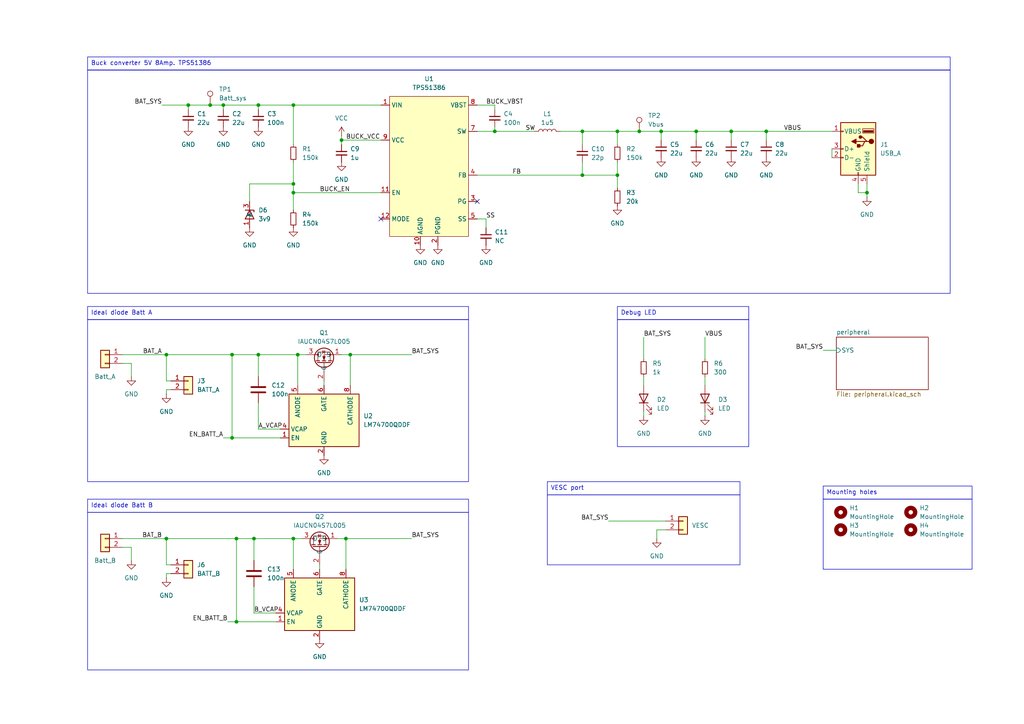
<source format=kicad_sch>
(kicad_sch (version 20250114) (generator "eeschema") (generator_version "9.0")
  (paper "A4")
  (title_block (title "power-board-f1tenth") (date "2024-08-12") (rev "2.3.5") (company "Czech technical university in Prague") (comment 1 "Antonin PIVARD"))
  (lib_symbols
    (symbol "Connector:TestPoint" (pin_numbers (hide yes)) (pin_names (offset 0.762) (hide yes))
      (property "Reference" "TP" (at 0 6.858 0))
      (property "Value" "TestPoint" (at 0 5.08 0))
      (symbol "TestPoint_0_1"
        (circle (center 0 3.302) (radius 0.762))
      )
      (symbol "TestPoint_1_1"
        (pin passive line (at 0 0 90) (length 2.54) (name "1") (number "1"))
      )
    )
    (symbol "Connector:USB_A" (pin_names (offset 1.016))
      (property "Reference" "J" (at -5.08 11.43 0))
      (property "Value" "USB_A" (at -5.08 8.89 0))
      (symbol "USB_A_0_1"
        (rectangle (start -5.08 -7.62) (end 5.08 7.62) (stroke (width 0.254)) (fill (type background)))
        (circle (center -3.81 2.159) (radius 0.635) (stroke (width 0.254)) (fill (type outline)))
        (polyline (pts (xy -3.175 2.159) (xy -2.54 2.159) (xy -1.27 3.429) (xy -0.635 3.429)) (stroke (width 0.254)))
        (polyline (pts (xy -2.54 2.159) (xy -1.905 2.159) (xy -1.27 0.889) (xy 0 0.889)) (stroke (width 0.254)))
        (rectangle (start -1.524 4.826) (end -4.318 5.334) (fill (type outline)))
        (rectangle (start -1.27 4.572) (end -4.572 5.842))
        (circle (center -0.635 3.429) (radius 0.381) (stroke (width 0.254)) (fill (type outline)))
        (rectangle (start -0.127 -7.62) (end 0.127 -6.858))
        (rectangle (start 0.254 1.27) (end -0.508 0.508) (stroke (width 0.254)) (fill (type outline)))
        (polyline (pts (xy 0.635 2.794) (xy 0.635 1.524) (xy 1.905 2.159) (xy 0.635 2.794)) (stroke (width 0.254)) (fill (type outline)))
        (rectangle (start 5.08 4.953) (end 4.318 5.207))
        (rectangle (start 5.08 -0.127) (end 4.318 0.127))
        (rectangle (start 5.08 -2.667) (end 4.318 -2.413))
      )
      (symbol "USB_A_1_1"
        (polyline (pts (xy -1.905 2.159) (xy 0.635 2.159)) (stroke (width 0.254)))
        (pin passive line (at -2.54 -10.16 90) (length 2.54) (name "Shield") (number "5"))
        (pin power_in line (at 0 -10.16 90) (length 2.54) (name "GND") (number "4"))
        (pin power_in line (at 7.62 5.08 180) (length 2.54) (name "VBUS") (number "1"))
        (pin bidirectional line (at 7.62 0 180) (length 2.54) (name "D+") (number "3"))
        (pin bidirectional line (at 7.62 -2.54 180) (length 2.54) (name "D-") (number "2"))
      )
    )
    (symbol "Connector_Generic:Conn_01x02" (pin_names (offset 1.016) (hide yes))
      (property "Reference" "J" (at 0 2.54 0))
      (property "Value" "Conn_01x02" (at 0 -5.08 0))
      (symbol "Conn_01x02_1_1"
        (rectangle (start -1.27 1.27) (end 1.27 -3.81) (stroke (width 0.254)) (fill (type background)))
        (rectangle (start -1.27 0.127) (end 0 -0.127) (stroke (width 0.1524)))
        (rectangle (start -1.27 -2.413) (end 0 -2.667) (stroke (width 0.1524)))
        (pin passive line (at -5.08 0 0) (length 3.81) (name "Pin_1") (number "1"))
        (pin passive line (at -5.08 -2.54 0) (length 3.81) (name "Pin_2") (number "2"))
      )
    )
    (symbol "Device:C" (pin_numbers (hide yes)) (pin_names (offset 0.254))
      (property "Reference" "C" (at 0.635 2.54 0))
      (property "Value" "C" (at 0.635 -2.54 0))
      (symbol "C_0_1"
        (polyline (pts (xy -2.032 0.762) (xy 2.032 0.762)) (stroke (width 0.508)))
        (polyline (pts (xy -2.032 -0.762) (xy 2.032 -0.762)) (stroke (width 0.508)))
      )
      (symbol "C_1_1"
        (pin passive line (at 0 3.81 270) (length 2.794) (name "~") (number "1"))
        (pin passive line (at 0 -3.81 90) (length 2.794) (name "~") (number "2"))
      )
    )
    (symbol "Device:C_Small" (pin_numbers (hide yes)) (pin_names (offset 0.254) (hide yes))
      (property "Reference" "C" (at 0.254 1.778 0))
      (property "Value" "C_Small" (at 0.254 -2.032 0))
      (symbol "C_Small_0_1"
        (polyline (pts (xy -1.524 0.508) (xy 1.524 0.508)) (stroke (width 0.3048)))
        (polyline (pts (xy -1.524 -0.508) (xy 1.524 -0.508)) (stroke (width 0.3302)))
      )
      (symbol "C_Small_1_1"
        (pin passive line (at 0 2.54 270) (length 2.032) (name "~") (number "1"))
        (pin passive line (at 0 -2.54 90) (length 2.032) (name "~") (number "2"))
      )
    )
    (symbol "Device:L" (pin_numbers (hide yes)) (pin_names (offset 1.016) (hide yes))
      (property "Reference" "L" (at -1.27 0 90))
      (property "Value" "L" (at 1.905 0 90))
      (symbol "L_0_1"
        (arc (start 0 2.54) (mid 0.6323 1.905) (end 0 1.27))
        (arc (start 0 1.27) (mid 0.6323 0.635) (end 0 0))
        (arc (start 0 0) (mid 0.6323 -0.635) (end 0 -1.27))
        (arc (start 0 -1.27) (mid 0.6323 -1.905) (end 0 -2.54))
      )
      (symbol "L_1_1"
        (pin passive line (at 0 3.81 270) (length 1.27) (name "1") (number "1"))
        (pin passive line (at 0 -3.81 90) (length 1.27) (name "2") (number "2"))
      )
    )
    (symbol "Device:LED" (pin_numbers (hide yes)) (pin_names (offset 1.016) (hide yes))
      (property "Reference" "D" (at 0 2.54 0))
      (property "Value" "LED" (at 0 -2.54 0))
      (symbol "LED_0_1"
        (polyline (pts (xy -3.048 -0.762) (xy -4.572 -2.286) (xy -3.81 -2.286) (xy -4.572 -2.286) (xy -4.572 -1.524)))
        (polyline (pts (xy -1.778 -0.762) (xy -3.302 -2.286) (xy -2.54 -2.286) (xy -3.302 -2.286) (xy -3.302 -1.524)))
        (polyline (pts (xy -1.27 0) (xy 1.27 0)))
        (polyline (pts (xy -1.27 -1.27) (xy -1.27 1.27)) (stroke (width 0.254)))
        (polyline (pts (xy 1.27 -1.27) (xy 1.27 1.27) (xy -1.27 0) (xy 1.27 -1.27)) (stroke (width 0.254)))
      )
      (symbol "LED_1_1"
        (pin passive line (at -3.81 0 0) (length 2.54) (name "K") (number "1"))
        (pin passive line (at 3.81 0 180) (length 2.54) (name "A") (number "2"))
      )
    )
    (symbol "Device:R_Small" (pin_numbers (hide yes)) (pin_names (offset 0.254) (hide yes))
      (property "Reference" "R" (at 0.762 0.508 0))
      (property "Value" "R_Small" (at 0.762 -1.016 0))
      (symbol "R_Small_0_1"
        (rectangle (start -0.762 1.778) (end 0.762 -1.778) (stroke (width 0.2032)))
      )
      (symbol "R_Small_1_1"
        (pin passive line (at 0 2.54 270) (length 0.762) (name "~") (number "1"))
        (pin passive line (at 0 -2.54 90) (length 0.762) (name "~") (number "2"))
      )
    )
    (symbol "IAUCN04S7L005:IAUCN04S7L005"
      (property "Reference" "Q" (at 3.302 -1.778 0))
      (property "Value" "IAUCN04S7L005" (at -11.43 3.048 0))
      (symbol "IAUCN04S7L005_0_1"
        (polyline (pts (xy -2.286 1.905) (xy -2.286 -1.905)) (stroke (width 0.254)))
        (polyline (pts (xy -2.286 0) (xy -5.08 0)))
        (polyline (pts (xy -1.778 2.286) (xy -1.778 1.27)) (stroke (width 0.254)))
        (polyline (pts (xy -1.778 0.508) (xy -1.778 -0.508)) (stroke (width 0.254)))
        (polyline (pts (xy -1.778 -1.27) (xy -1.778 -2.286)) (stroke (width 0.254)))
        (polyline (pts (xy -1.778 -1.778) (xy 0.762 -1.778) (xy 0.762 1.778) (xy -1.778 1.778)))
        (polyline (pts (xy -1.524 0) (xy -0.508 0.381) (xy -0.508 -0.381) (xy -1.524 0)) (fill (type outline)))
        (circle (center -0.889 0) (radius 2.794) (stroke (width 0.254)))
        (polyline (pts (xy 0 2.54) (xy 0 1.778)))
        (circle (center 0 1.778) (radius 0.254) (fill (type outline)))
        (circle (center 0 -1.778) (radius 0.254) (fill (type outline)))
        (polyline (pts (xy 0 -2.54) (xy 0 0) (xy -1.778 0)))
        (polyline (pts (xy 0.254 0.508) (xy 0.381 0.381) (xy 1.143 0.381) (xy 1.27 0.254)))
        (polyline (pts (xy 0.762 0.381) (xy 0.381 -0.254) (xy 1.143 -0.254) (xy 0.762 0.381)))
      )
      (symbol "IAUCN04S7L005_1_1"
        (pin input line (at -7.62 0 0) (length 2.54) (name "G") (number "2"))
        (pin passive line (at 0 5.08 270) (length 2.54) (name "D") (number "3"))
        (pin passive line (at 0 -5.08 90) (length 2.54) (name "S") (number "1"))
      )
    )
    (symbol "LM74700QDDF:LM74700QDDF"
      (property "Reference" "U" (at 0 0 0))
      (property "Value" "LM74700QDDF" (at 0 0 0))
      (symbol "LM74700QDDF_0_1"
        (rectangle (start -10.16 7.62) (end 10.16 -7.62) (stroke (width 0.254)) (fill (type background)))
      )
      (symbol "LM74700QDDF_1_1"
        (pin passive line (at -12.7 -2.54 0) (length 2.54) (name "VCAP") (number "4"))
        (pin input line (at -12.7 -5.08 0) (length 2.54) (name "EN") (number "1"))
        (pin power_in line (at -7.62 10.16 270) (length 2.54) (name "ANODE") (number "5"))
        (pin output line (at 0 10.16 270) (length 2.54) (name "GATE") (number "6"))
        (pin power_in line (at 0 -10.16 90) (length 2.54) (name "GND") (number "2"))
        (pin input line (at 7.62 10.16 270) (length 2.54) (name "CATHODE") (number "8"))
      )
    )
    (symbol "Mechanical:MountingHole" (pin_names (offset 1.016)) (exclude_from_sim yes) (in_bom no)
      (property "Reference" "H" (at 0 5.08 0))
      (property "Value" "MountingHole" (at 0 3.175 0))
      (symbol "MountingHole_0_1"
        (circle (center 0 0) (radius 1.27) (stroke (width 1.27)))
      )
    )
    (symbol "TPS51386:TPS51386"
      (property "Reference" "U3" (at 0 25.4 0))
      (property "Value" "TPS51386" (at 0 22.86 0))
      (symbol "TPS51386_1_1"
        (rectangle (start -11.43 20.32) (end 11.43 -20.32) (fill (type background)))
        (pin power_in line (at -13.97 17.78 0) (length 2.54) (name "VIN") (number "1"))
        (pin power_in line (at -13.97 7.62 0) (length 2.54) (name "VCC") (number "9"))
        (pin input line (at -13.97 -7.62 0) (length 2.54) (name "EN") (number "11"))
        (pin input line (at -13.97 -15.24 0) (length 2.54) (name "MODE") (number "12"))
        (pin power_in line (at -2.54 -22.86 90) (length 2.54) (name "AGND") (number "10"))
        (pin power_in line (at 2.54 -22.86 90) (length 2.54) (name "PGND") (number "2"))
        (pin input line (at 13.97 17.78 180) (length 2.54) (name "VBST") (number "8"))
        (pin power_out line (at 13.97 10.16 180) (length 2.54) (name "SW") (number "7"))
        (pin input line (at 13.97 -2.54 180) (length 2.54) (name "FB") (number "4"))
        (pin output line (at 13.97 -10.16 180) (length 2.54) (name "PG") (number "3"))
        (pin input line (at 13.97 -15.24 180) (length 2.54) (name "SS") (number "5"))
      )
    )
    (symbol "power:GND" (power) (pin_numbers (hide yes)) (pin_names (offset 0) (hide yes))
      (property "Value" "GND" (at 0 -3.81 0))
      (symbol "GND_0_1"
        (polyline (pts (xy 0 0) (xy 0 -1.27) (xy 1.27 -1.27) (xy 0 -2.54) (xy -1.27 -1.27) (xy 0 -1.27)))
      )
      (symbol "GND_1_1"
        (pin power_in line (at 0 0 270) (length 0) (name "~") (number "1"))
      )
    )
    (symbol "power:VCC" (power) (pin_numbers (hide yes)) (pin_names (offset 0) (hide yes))
      (property "Value" "VCC" (at 0 3.556 0))
      (symbol "VCC_0_1"
        (polyline (pts (xy -0.762 1.27) (xy 0 2.54)))
        (polyline (pts (xy 0 2.54) (xy 0.762 1.27)))
        (polyline (pts (xy 0 0) (xy 0 2.54)))
      )
      (symbol "VCC_1_1"
        (pin power_in line (at 0 0 90) (length 0) (name "~") (number "1"))
      )
    )
    (symbol "zener_pb:Zener_pb"
      (property "Reference" "D" (at 0 0 0))
      (property "Value" "3v9" (at 0 0 0))
      (symbol "Zener_pb_0_1"
        (polyline (pts (xy -1.27 -1.27) (xy -1.27 1.27) (xy -0.762 1.27)) (stroke (width 0.254)))
        (polyline (pts (xy 1.27 0) (xy -1.27 0)))
        (polyline (pts (xy 1.27 -1.27) (xy 1.27 1.27) (xy -1.27 0) (xy 1.27 -1.27)) (stroke (width 0.254)))
      )
      (symbol "Zener_pb_1_1"
        (pin passive line (at -3.81 0 0) (length 2.54) (name "K") (number "3"))
        (pin passive line (at 3.81 0 180) (length 2.54) (name "A") (number "1"))
      )
    )
  )
  (rectangle (start 238.76 144.78) (end 281.94 165.1))
  (rectangle (start 179.07 92.71) (end 217.17 129.54))
  (rectangle (start 25.4 92.71) (end 135.89 139.7))
  (rectangle (start 25.4 20.32) (end 275.59 85.09))
  (rectangle (start 158.75 143.51) (end 214.63 163.83))
  (rectangle (start 25.4 148.59) (end 135.89 194.31))
  (text_box "Debug LED" (at 179.07 88.9 0) (size 38.1 3.81) (margins 0.9525 0.9525 0.9525 0.9525) (effects (font (size 1.27 1.27)) (justify left top)))
  (text_box "Ideal diode Batt B" (at 25.4 144.78 0) (size 110.49 3.81) (margins 0.9525 0.9525 0.9525 0.9525) (effects (font (size 1.27 1.27)) (justify left top)))
  (text_box "Mounting holes" (at 238.76 140.97 0) (size 43.18 3.81) (margins 0.9525 0.9525 0.9525 0.9525) (effects (font (size 1.27 1.27)) (justify left top)))
  (text_box "Buck converter 5V 8Amp. TPS51386" (at 25.4 16.51 0) (size 250.19 3.81) (margins 0.9525 0.9525 0.9525 0.9525) (effects (font (size 1.27 1.27)) (justify left top)))
  (text_box "VESC port" (at 158.75 139.7 0) (size 55.88 3.81) (margins 0.9525 0.9525 0.9525 0.9525) (effects (font (size 1.27 1.27)) (justify left top)))
  (text_box "Ideal diode Batt A" (at 25.4 88.9 0) (size 110.49 3.81) (margins 0.9525 0.9525 0.9525 0.9525) (effects (font (size 1.27 1.27)) (justify left top)))
  (junction (at 73.66 156.21))
  (junction (at 86.36 102.87))
  (junction (at 67.31 127))
  (junction (at 64.77 30.48))
  (junction (at 191.77 38.1))
  (junction (at 251.46 55.88))
  (junction (at 74.93 30.48))
  (junction (at 212.09 38.1))
  (junction (at 179.07 38.1))
  (junction (at 201.93 38.1))
  (junction (at 74.93 102.87))
  (junction (at 143.51 38.1))
  (junction (at 99.06 40.64))
  (junction (at 168.91 50.8))
  (junction (at 48.26 156.21))
  (junction (at 85.09 53.34))
  (junction (at 85.09 55.88))
  (junction (at 185.42 38.1))
  (junction (at 222.25 38.1))
  (junction (at 179.07 50.8))
  (junction (at 85.09 30.48))
  (junction (at 85.09 156.21))
  (junction (at 100.33 156.21))
  (junction (at 48.26 102.87))
  (junction (at 68.58 156.21))
  (junction (at 67.31 102.87))
  (junction (at 168.91 38.1))
  (junction (at 101.6 102.87))
  (junction (at 54.61 30.48))
  (junction (at 60.96 30.48))
  (junction (at 68.58 180.34))
  (no_connect (at 138.43 58.42))
  (no_connect (at 110.49 63.5))
  (wire (pts (xy 38.1 162.56) (xy 38.1 158.75)))
  (wire (pts (xy 138.43 30.48) (xy 143.51 30.48)))
  (wire (pts (xy 190.5 156.21) (xy 190.5 153.67)))
  (wire (pts (xy 67.31 102.87) (xy 74.93 102.87)))
  (wire (pts (xy 251.46 53.34) (xy 251.46 55.88)))
  (wire (pts (xy 64.77 30.48) (xy 74.93 30.48)))
  (wire (pts (xy 186.69 109.22) (xy 186.69 111.76)))
  (wire (pts (xy 99.06 39.37) (xy 99.06 40.64)))
  (wire (pts (xy 138.43 50.8) (xy 168.91 50.8)))
  (wire (pts (xy 85.09 55.88) (xy 110.49 55.88)))
  (wire (pts (xy 162.56 38.1) (xy 168.91 38.1)))
  (wire (pts (xy 74.93 116.84) (xy 74.93 124.46)))
  (wire (pts (xy 85.09 41.91) (xy 85.09 30.48)))
  (wire (pts (xy 67.31 127) (xy 81.28 127)))
  (wire (pts (xy 74.93 31.75) (xy 74.93 30.48)))
  (wire (pts (xy 85.09 30.48) (xy 110.49 30.48)))
  (wire (pts (xy 73.66 156.21) (xy 73.66 162.56)))
  (wire (pts (xy 85.09 55.88) (xy 85.09 60.96)))
  (wire (pts (xy 204.47 97.79) (xy 204.47 104.14)))
  (wire (pts (xy 248.92 55.88) (xy 251.46 55.88)))
  (wire (pts (xy 140.97 63.5) (xy 140.97 66.04)))
  (wire (pts (xy 179.07 41.91) (xy 179.07 38.1)))
  (wire (pts (xy 191.77 40.64) (xy 191.77 38.1)))
  (wire (pts (xy 38.1 158.75) (xy 35.56 158.75)))
  (wire (pts (xy 85.09 53.34) (xy 85.09 55.88)))
  (wire (pts (xy 143.51 38.1) (xy 138.43 38.1)))
  (wire (pts (xy 48.26 110.49) (xy 48.26 102.87)))
  (wire (pts (xy 179.07 50.8) (xy 168.91 50.8)))
  (wire (pts (xy 48.26 166.37) (xy 49.53 166.37)))
  (wire (pts (xy 48.26 156.21) (xy 68.58 156.21)))
  (wire (pts (xy 74.93 124.46) (xy 81.28 124.46)))
  (wire (pts (xy 85.09 156.21) (xy 87.63 156.21)))
  (wire (pts (xy 85.09 46.99) (xy 85.09 53.34)))
  (wire (pts (xy 168.91 50.8) (xy 168.91 46.99)))
  (wire (pts (xy 64.77 127) (xy 67.31 127)))
  (wire (pts (xy 204.47 119.38) (xy 204.47 120.65)))
  (wire (pts (xy 186.69 119.38) (xy 186.69 120.65)))
  (wire (pts (xy 99.06 41.91) (xy 99.06 40.64)))
  (wire (pts (xy 222.25 38.1) (xy 241.3 38.1)))
  (wire (pts (xy 201.93 40.64) (xy 201.93 38.1)))
  (wire (pts (xy 100.33 156.21) (xy 119.38 156.21)))
  (wire (pts (xy 74.93 102.87) (xy 86.36 102.87)))
  (wire (pts (xy 143.51 36.83) (xy 143.51 38.1)))
  (wire (pts (xy 49.53 110.49) (xy 48.26 110.49)))
  (wire (pts (xy 48.26 163.83) (xy 48.26 156.21)))
  (wire (pts (xy 54.61 30.48) (xy 60.96 30.48)))
  (wire (pts (xy 86.36 102.87) (xy 88.9 102.87)))
  (wire (pts (xy 143.51 38.1) (xy 154.94 38.1)))
  (wire (pts (xy 190.5 153.67) (xy 193.04 153.67)))
  (wire (pts (xy 73.66 177.8) (xy 80.01 177.8)))
  (wire (pts (xy 60.96 30.48) (xy 64.77 30.48)))
  (wire (pts (xy 54.61 31.75) (xy 54.61 30.48)))
  (wire (pts (xy 191.77 38.1) (xy 201.93 38.1)))
  (wire (pts (xy 100.33 156.21) (xy 100.33 165.1)))
  (wire (pts (xy 35.56 102.87) (xy 48.26 102.87)))
  (wire (pts (xy 67.31 102.87) (xy 67.31 127)))
  (wire (pts (xy 68.58 180.34) (xy 80.01 180.34)))
  (wire (pts (xy 185.42 38.1) (xy 179.07 38.1)))
  (wire (pts (xy 92.71 163.83) (xy 92.71 165.1)))
  (wire (pts (xy 38.1 109.22) (xy 38.1 105.41)))
  (wire (pts (xy 49.53 163.83) (xy 48.26 163.83)))
  (wire (pts (xy 48.26 167.64) (xy 48.26 166.37)))
  (wire (pts (xy 86.36 111.76) (xy 86.36 102.87)))
  (wire (pts (xy 46.99 30.48) (xy 54.61 30.48)))
  (wire (pts (xy 238.76 101.6) (xy 242.57 101.6)))
  (wire (pts (xy 68.58 156.21) (xy 73.66 156.21)))
  (wire (pts (xy 72.39 53.34) (xy 85.09 53.34)))
  (wire (pts (xy 35.56 105.41) (xy 38.1 105.41)))
  (wire (pts (xy 191.77 38.1) (xy 185.42 38.1)))
  (wire (pts (xy 64.77 31.75) (xy 64.77 30.48)))
  (wire (pts (xy 73.66 170.18) (xy 73.66 177.8)))
  (wire (pts (xy 186.69 97.79) (xy 186.69 104.14)))
  (wire (pts (xy 138.43 63.5) (xy 140.97 63.5)))
  (wire (pts (xy 179.07 50.8) (xy 179.07 54.61)))
  (wire (pts (xy 93.98 110.49) (xy 93.98 111.76)))
  (wire (pts (xy 48.26 102.87) (xy 67.31 102.87)))
  (wire (pts (xy 204.47 109.22) (xy 204.47 111.76)))
  (wire (pts (xy 179.07 46.99) (xy 179.07 50.8)))
  (wire (pts (xy 48.26 114.3) (xy 48.26 113.03)))
  (wire (pts (xy 179.07 38.1) (xy 168.91 38.1)))
  (wire (pts (xy 101.6 102.87) (xy 101.6 111.76)))
  (wire (pts (xy 212.09 38.1) (xy 222.25 38.1)))
  (wire (pts (xy 85.09 165.1) (xy 85.09 156.21)))
  (wire (pts (xy 74.93 102.87) (xy 74.93 109.22)))
  (wire (pts (xy 212.09 40.64) (xy 212.09 38.1)))
  (wire (pts (xy 68.58 156.21) (xy 68.58 180.34)))
  (wire (pts (xy 168.91 38.1) (xy 168.91 41.91)))
  (wire (pts (xy 97.79 156.21) (xy 100.33 156.21)))
  (wire (pts (xy 201.93 38.1) (xy 212.09 38.1)))
  (wire (pts (xy 66.04 180.34) (xy 68.58 180.34)))
  (wire (pts (xy 73.66 156.21) (xy 85.09 156.21)))
  (wire (pts (xy 99.06 102.87) (xy 101.6 102.87)))
  (wire (pts (xy 222.25 40.64) (xy 222.25 38.1)))
  (wire (pts (xy 101.6 102.87) (xy 119.38 102.87)))
  (wire (pts (xy 72.39 53.34) (xy 72.39 58.42)))
  (wire (pts (xy 251.46 55.88) (xy 251.46 57.15)))
  (wire (pts (xy 35.56 156.21) (xy 48.26 156.21)))
  (wire (pts (xy 248.92 53.34) (xy 248.92 55.88)))
  (wire (pts (xy 99.06 40.64) (xy 110.49 40.64)))
  (wire (pts (xy 241.3 43.18) (xy 241.3 45.72)))
  (wire (pts (xy 176.53 151.13) (xy 193.04 151.13)))
  (wire (pts (xy 143.51 30.48) (xy 143.51 31.75)))
  (wire (pts (xy 48.26 113.03) (xy 49.53 113.03)))
  (wire (pts (xy 74.93 30.48) (xy 85.09 30.48)))
  (label "BUCK_VBST" (at 140.97 30.48 0))
  (label "B_VCAP" (at 73.66 177.8 0))
  (label "EN_BATT_A" (at 64.77 127 180))
  (label "BAT_SYS" (at 186.69 97.79 0))
  (label "SW" (at 152.4 38.1 0))
  (label "BAT_B" (at 46.99 156.21 180))
  (label "BAT_SYS" (at 46.99 30.48 180))
  (label "BAT_SYS" (at 238.76 101.6 180))
  (label "BAT_SYS" (at 119.38 156.21 0))
  (label "BAT_SYS" (at 119.38 102.87 0))
  (label "BAT_SYS" (at 176.53 151.13 180))
  (label "BAT_A" (at 46.99 102.87 180))
  (label "SS" (at 140.97 63.5 0))
  (label "BUCK_VCC" (at 100.33 40.64 0))
  (label "VBUS" (at 227.33 38.1 0))
  (label "A_VCAP" (at 74.93 124.46 0))
  (label "BUCK_EN" (at 92.71 55.88 0))
  (label "EN_BATT_B" (at 66.04 180.34 180))
  (label "VBUS" (at 204.47 97.79 0))
  (label "FB" (at 148.59 50.8 0))
  (symbol (lib_id "power:GND") (at 140.97 71.12 0) (unit 1)
    (property "Reference" "#PWR016" (effects (hide yes)))
    (property "Value" "GND" (at 140.97 76.2 0))
    (property "Description" "Power symbol creates a global label with name \"GND\" , ground" (effects (hide yes)))
  )
  (symbol (lib_id "LM74700QDDF:LM74700QDDF") (at 92.71 175.26 0) (unit 1)
    (property "Reference" "U3" (at 104.14 173.9899 0) (effects (justify left)))
    (property "Value" "LM74700QDDF" (at 104.14 176.5299 0) (effects (justify left)))
    (property "Footprint" "74700QDDF:SOT65P280X110-8N" (effects (hide yes)))
  )
  (symbol (lib_id "Connector_Generic:Conn_01x02") (at 30.48 156.21 0) (mirror y) (unit 1)
    (property "Reference" "J5" (effects (hide yes)))
    (property "Value" "Batt_B" (at 30.48 162.56 0))
    (property "Footprint" "power_board:Battery_pad" (effects (hide yes)))
    (property "Description" "Generic connector, single row, 01x02, script generated (kicad-library-utils/schlib/autogen/connector/)" (effects (hide yes)))
  )
  (symbol (lib_id "power:GND") (at 64.77 36.83 0) (unit 1)
    (property "Reference" "#PWR02" (effects (hide yes)))
    (property "Value" "GND" (at 64.77 41.91 0))
    (property "Description" "Power symbol creates a global label with name \"GND\" , ground" (effects (hide yes)))
  )
  (symbol (lib_id "Device:C_Small") (at 140.97 68.58 0) (unit 1)
    (property "Reference" "C11" (at 143.51 67.3162 0) (effects (justify left)))
    (property "Value" "NC" (at 143.51 69.8562 0) (effects (justify left)))
    (property "Footprint" "Capacitor_SMD:C_0805_2012Metric" (effects (hide yes)))
    (property "Description" "Unpolarized capacitor, small symbol" (effects (hide yes)))
  )
  (symbol (lib_id "power:GND") (at 179.07 59.69 0) (unit 1)
    (property "Reference" "#PWR011" (effects (hide yes)))
    (property "Value" "GND" (at 179.07 64.77 0))
    (property "Description" "Power symbol creates a global label with name \"GND\" , ground" (effects (hide yes)))
  )
  (symbol (lib_id "power:GND") (at 251.46 57.15 0) (mirror y) (unit 1)
    (property "Reference" "#PWR010" (effects (hide yes)))
    (property "Value" "GND" (at 251.46 62.23 0))
    (property "Description" "Power symbol creates a global label with name \"GND\" , ground" (effects (hide yes)))
  )
  (symbol (lib_id "Device:R_Small") (at 204.47 106.68 0) (unit 1)
    (property "Reference" "R6" (at 207.01 105.4099 0) (effects (justify left)))
    (property "Value" "300" (at 207.01 107.9499 0) (effects (justify left)))
    (property "Footprint" "Resistor_SMD:R_0805_2012Metric" (effects (hide yes)))
    (property "Description" "Resistor, small symbol" (effects (hide yes)))
  )
  (symbol (lib_id "Connector:TestPoint") (at 60.96 30.48 0) (unit 1)
    (property "Reference" "TP1" (at 63.5 25.9079 0) (effects (justify left)))
    (property "Value" "Batt_sys" (at 63.5 28.4479 0) (effects (justify left)))
    (property "Footprint" "TestPoint:TestPoint_Pad_D1.0mm" (effects (hide yes)))
    (property "Description" "test point" (effects (hide yes)))
  )
  (symbol (lib_id "Device:R_Small") (at 186.69 106.68 0) (unit 1)
    (property "Reference" "R5" (at 189.23 105.4099 0) (effects (justify left)))
    (property "Value" "1k" (at 189.23 107.9499 0) (effects (justify left)))
    (property "Footprint" "Resistor_SMD:R_0805_2012Metric" (effects (hide yes)))
    (property "Description" "Resistor, small symbol" (effects (hide yes)))
  )
  (symbol (lib_id "Connector_Generic:Conn_01x02") (at 30.48 102.87 0) (mirror y) (unit 1)
    (property "Reference" "J2" (effects (hide yes)))
    (property "Value" "Batt_A" (at 30.48 109.22 0))
    (property "Footprint" "power_board:Battery_pad" (effects (hide yes)))
    (property "Description" "Generic connector, single row, 01x02, script generated (kicad-library-utils/schlib/autogen/connector/)" (effects (hide yes)))
  )
  (symbol (lib_id "Device:LED") (at 204.47 115.57 90) (unit 1)
    (property "Reference" "D3" (at 208.28 115.8874 90) (effects (justify right)))
    (property "Value" "LED" (at 208.28 118.4274 90) (effects (justify right)))
    (property "Footprint" "LED_SMD:LED_0805_2012Metric" (effects (hide yes)))
    (property "Description" "Light emitting diode" (effects (hide yes)))
  )
  (symbol (lib_id "power:GND") (at 212.09 45.72 0) (unit 1)
    (property "Reference" "#PWR07" (effects (hide yes)))
    (property "Value" "GND" (at 212.09 50.8 0))
    (property "Description" "Power symbol creates a global label with name \"GND\" , ground" (effects (hide yes)))
  )
  (symbol (lib_id "Device:C_Small") (at 191.77 43.18 0) (unit 1)
    (property "Reference" "C5" (at 194.31 41.9162 0) (effects (justify left)))
    (property "Value" "22u" (at 194.31 44.4562 0) (effects (justify left)))
    (property "Footprint" "Capacitor_SMD:C_0805_2012Metric" (effects (hide yes)))
    (property "Description" "Unpolarized capacitor, small symbol" (effects (hide yes)))
  )
  (symbol (lib_id "Connector_Generic:Conn_01x02") (at 198.12 151.13 0) (unit 1)
    (property "Reference" "J4" (effects (hide yes)))
    (property "Value" "VESC" (at 200.66 152.3999 0) (effects (justify left)))
    (property "Footprint" "power_board:Battery_pad" (effects (hide yes)))
    (property "Description" "Generic connector, single row, 01x02, script generated (kicad-library-utils/schlib/autogen/connector/)" (effects (hide yes)))
  )
  (symbol (lib_id "power:GND") (at 54.61 36.83 0) (unit 1)
    (property "Reference" "#PWR01" (effects (hide yes)))
    (property "Value" "GND" (at 54.61 41.91 0))
    (property "Description" "Power symbol creates a global label with name \"GND\" , ground" (effects (hide yes)))
  )
  (symbol (lib_id "power:GND") (at 38.1 109.22 0) (unit 1)
    (property "Reference" "#PWR017" (effects (hide yes)))
    (property "Value" "GND" (at 38.1 114.3 0))
    (property "Description" "Power symbol creates a global label with name \"GND\" , ground" (effects (hide yes)))
  )
  (symbol (lib_id "power:VCC") (at 99.06 39.37 0) (unit 1)
    (property "Reference" "#PWR04" (effects (hide yes)))
    (property "Value" "VCC" (at 99.06 34.29 0))
    (property "Description" "Power symbol creates a global label with name \"VCC\"" (effects (hide yes)))
  )
  (symbol (lib_id "power:GND") (at 204.47 120.65 0) (unit 1)
    (property "Reference" "#PWR020" (effects (hide yes)))
    (property "Value" "GND" (at 204.47 125.73 0))
    (property "Description" "Power symbol creates a global label with name \"GND\" , ground" (effects (hide yes)))
  )
  (symbol (lib_id "Device:C_Small") (at 64.77 34.29 0) (unit 1)
    (property "Reference" "C2" (at 67.31 33.0262 0) (effects (justify left)))
    (property "Value" "22u" (at 67.31 35.5662 0) (effects (justify left)))
    (property "Footprint" "Capacitor_SMD:C_0805_2012Metric" (effects (hide yes)))
    (property "Description" "Unpolarized capacitor, small symbol" (effects (hide yes)))
  )
  (symbol (lib_id "Device:L") (at 158.75 38.1 90) (unit 1)
    (property "Reference" "L1" (at 158.75 33.02 90))
    (property "Value" "1u5" (at 158.75 35.56 90))
    (property "Footprint" "footprints:SRP12701R5M" (effects (hide yes)))
    (property "Description" "Inductor" (effects (hide yes)))
  )
  (symbol (lib_id "power:GND") (at 186.69 120.65 0) (unit 1)
    (property "Reference" "#PWR019" (effects (hide yes)))
    (property "Value" "GND" (at 186.69 125.73 0))
    (property "Description" "Power symbol creates a global label with name \"GND\" , ground" (effects (hide yes)))
  )
  (symbol (lib_id "IAUCN04S7L005:IAUCN04S7L005") (at 92.71 156.21 90) (unit 1)
    (property "Reference" "Q2" (at 92.71 149.86 90))
    (property "Value" "IAUCN04S7L005" (at 92.71 152.4 90))
    (property "Footprint" "power_board:IAUCN04S7L005" (effects (hide yes)))
  )
  (symbol (lib_id "LM74700QDDF:LM74700QDDF") (at 93.98 121.92 0) (unit 1)
    (property "Reference" "U2" (at 105.41 120.6499 0) (effects (justify left)))
    (property "Value" "LM74700QDDF" (at 105.41 123.1899 0) (effects (justify left)))
    (property "Footprint" "74700QDDF:SOT65P280X110-8N" (effects (hide yes)))
  )
  (symbol (lib_id "Device:C") (at 73.66 166.37 0) (unit 1)
    (property "Reference" "C13" (at 77.47 165.0999 0) (effects (justify left)))
    (property "Value" "100n" (at 77.47 167.6399 0) (effects (justify left)))
    (property "Footprint" "Capacitor_SMD:C_0805_2012Metric" (effects (hide yes)))
    (property "Description" "Unpolarized capacitor" (effects (hide yes)))
  )
  (symbol (lib_id "power:GND") (at 72.39 66.04 0) (unit 1)
    (property "Reference" "#PWR012" (effects (hide yes)))
    (property "Value" "GND" (at 72.39 71.12 0))
    (property "Description" "Power symbol creates a global label with name \"GND\" , ground" (effects (hide yes)))
  )
  (symbol (lib_id "power:GND") (at 201.93 45.72 0) (unit 1)
    (property "Reference" "#PWR06" (effects (hide yes)))
    (property "Value" "GND" (at 201.93 50.8 0))
    (property "Description" "Power symbol creates a global label with name \"GND\" , ground" (effects (hide yes)))
  )
  (symbol (lib_id "Device:R_Small") (at 179.07 57.15 0) (unit 1)
    (property "Reference" "R3" (at 181.61 55.8799 0) (effects (justify left)))
    (property "Value" "20k" (at 181.61 58.4199 0) (effects (justify left)))
    (property "Footprint" "Resistor_SMD:R_0805_2012Metric" (effects (hide yes)))
    (property "Description" "Resistor, small symbol" (effects (hide yes)))
  )
  (symbol (lib_id "Device:C_Small") (at 99.06 44.45 0) (unit 1)
    (property "Reference" "C9" (at 101.6 43.1862 0) (effects (justify left)))
    (property "Value" "1u" (at 101.6 45.7262 0) (effects (justify left)))
    (property "Footprint" "Capacitor_SMD:C_0805_2012Metric" (effects (hide yes)))
    (property "Description" "Unpolarized capacitor, small symbol" (effects (hide yes)))
  )
  (symbol (lib_id "power:GND") (at 48.26 114.3 0) (unit 1)
    (property "Reference" "#PWR018" (effects (hide yes)))
    (property "Value" "GND" (at 48.26 119.38 0))
    (property "Description" "Power symbol creates a global label with name \"GND\" , ground" (effects (hide yes)))
  )
  (symbol (lib_id "Device:C_Small") (at 168.91 44.45 0) (unit 1)
    (property "Reference" "C10" (at 171.45 43.1862 0) (effects (justify left)))
    (property "Value" "22p" (at 171.45 45.7262 0) (effects (justify left)))
    (property "Footprint" "Capacitor_SMD:C_0805_2012Metric" (effects (hide yes)))
    (property "Description" "Unpolarized capacitor, small symbol" (effects (hide yes)))
  )
  (symbol (lib_id "Connector:TestPoint") (at 185.42 38.1 0) (unit 1)
    (property "Reference" "TP2" (at 187.96 33.5279 0) (effects (justify left)))
    (property "Value" "Vbus" (at 187.96 36.0679 0) (effects (justify left)))
    (property "Footprint" "TestPoint:TestPoint_Pad_D1.0mm" (effects (hide yes)))
    (property "Description" "test point" (effects (hide yes)))
  )
  (symbol (lib_id "power:GND") (at 222.25 45.72 0) (unit 1)
    (property "Reference" "#PWR08" (effects (hide yes)))
    (property "Value" "GND" (at 222.25 50.8 0))
    (property "Description" "Power symbol creates a global label with name \"GND\" , ground" (effects (hide yes)))
  )
  (symbol (lib_id "Device:R_Small") (at 85.09 63.5 0) (unit 1)
    (property "Reference" "R4" (at 87.63 62.2299 0) (effects (justify left)))
    (property "Value" "150k" (at 87.63 64.7699 0) (effects (justify left)))
    (property "Footprint" "Resistor_SMD:R_0805_2012Metric" (effects (hide yes)))
    (property "Description" "Resistor, small symbol" (effects (hide yes)))
  )
  (symbol (lib_id "power:GND") (at 92.71 185.42 0) (unit 1)
    (property "Reference" "#PWR025" (effects (hide yes)))
    (property "Value" "GND" (at 92.71 190.5 0))
    (property "Description" "Power symbol creates a global label with name \"GND\" , ground" (effects (hide yes)))
  )
  (symbol (lib_id "Device:C_Small") (at 201.93 43.18 0) (unit 1)
    (property "Reference" "C6" (at 204.47 41.9162 0) (effects (justify left)))
    (property "Value" "22u" (at 204.47 44.4562 0) (effects (justify left)))
    (property "Footprint" "Capacitor_SMD:C_0805_2012Metric" (effects (hide yes)))
    (property "Description" "Unpolarized capacitor, small symbol" (effects (hide yes)))
  )
  (symbol (lib_id "power:GND") (at 99.06 46.99 0) (unit 1)
    (property "Reference" "#PWR09" (effects (hide yes)))
    (property "Value" "GND" (at 99.06 52.07 0))
    (property "Description" "Power symbol creates a global label with name \"GND\" , ground" (effects (hide yes)))
  )
  (symbol (lib_id "Device:C_Small") (at 212.09 43.18 0) (unit 1)
    (property "Reference" "C7" (at 214.63 41.9162 0) (effects (justify left)))
    (property "Value" "22u" (at 214.63 44.4562 0) (effects (justify left)))
    (property "Footprint" "Capacitor_SMD:C_0805_2012Metric" (effects (hide yes)))
    (property "Description" "Unpolarized capacitor, small symbol" (effects (hide yes)))
  )
  (symbol (lib_id "Connector:USB_A") (at 248.92 43.18 0) (mirror y) (unit 1)
    (property "Reference" "J1" (at 255.27 41.9099 0) (effects (justify right)))
    (property "Value" "USB_A" (at 255.27 44.4499 0) (effects (justify right)))
    (property "Footprint" "Connector_USB:USB_A_Molex_67643_Horizontal" (effects (hide yes)))
    (property "Description" "USB Type A connector" (effects (hide yes)))
  )
  (symbol (lib_id "power:GND") (at 127 71.12 0) (unit 1)
    (property "Reference" "#PWR015" (effects (hide yes)))
    (property "Value" "GND" (at 127 76.2 0))
    (property "Description" "Power symbol creates a global label with name \"GND\" , ground" (effects (hide yes)))
  )
  (symbol (lib_id "IAUCN04S7L005:IAUCN04S7L005") (at 93.98 102.87 90) (unit 1)
    (property "Reference" "Q1" (at 93.98 96.52 90))
    (property "Value" "IAUCN04S7L005" (at 93.98 99.06 90))
    (property "Footprint" "power_board:IAUCN04S7L005" (effects (hide yes)))
  )
  (symbol (lib_id "Device:C_Small") (at 54.61 34.29 0) (unit 1)
    (property "Reference" "C1" (at 57.15 33.0262 0) (effects (justify left)))
    (property "Value" "22u" (at 57.15 35.5662 0) (effects (justify left)))
    (property "Footprint" "Capacitor_SMD:C_0805_2012Metric" (effects (hide yes)))
    (property "Description" "Unpolarized capacitor, small symbol" (effects (hide yes)))
  )
  (symbol (lib_id "power:GND") (at 121.92 71.12 0) (unit 1)
    (property "Reference" "#PWR014" (effects (hide yes)))
    (property "Value" "GND" (at 121.92 76.2 0))
    (property "Description" "Power symbol creates a global label with name \"GND\" , ground" (effects (hide yes)))
  )
  (symbol (lib_id "TPS51386:TPS51386") (at 124.46 48.26 0) (unit 1)
    (property "Reference" "U1" (at 124.46 22.86 0))
    (property "Value" "TPS51386" (at 124.46 25.4 0))
    (property "Footprint" "power_board:RJN_Package_12-Pin_VQFN-HR" (effects (hide yes)))
  )
  (symbol (lib_id "power:GND") (at 74.93 36.83 0) (unit 1)
    (property "Reference" "#PWR03" (effects (hide yes)))
    (property "Value" "GND" (at 74.93 41.91 0))
    (property "Description" "Power symbol creates a global label with name \"GND\" , ground" (effects (hide yes)))
  )
  (symbol (lib_id "Mechanical:MountingHole") (at 264.16 148.59 0) (unit 1) (exclude_from_sim yes) (in_bom no)
    (property "Reference" "H2" (at 266.7 147.3199 0) (effects (justify left)))
    (property "Value" "MountingHole" (at 266.7 149.8599 0) (effects (justify left)))
    (property "Footprint" "MountingHole:MountingHole_5.3mm_M5_DIN965" (effects (hide yes)))
    (property "Description" "Mounting Hole without connection" (effects (hide yes)))
  )
  (symbol (lib_id "Device:C_Small") (at 143.51 34.29 0) (unit 1)
    (property "Reference" "C4" (at 146.05 33.0262 0) (effects (justify left)))
    (property "Value" "100n" (at 146.05 35.5662 0) (effects (justify left)))
    (property "Footprint" "Capacitor_SMD:C_0805_2012Metric" (effects (hide yes)))
    (property "Description" "Unpolarized capacitor, small symbol" (effects (hide yes)))
  )
  (symbol (lib_id "Mechanical:MountingHole") (at 243.84 148.59 0) (unit 1) (exclude_from_sim yes) (in_bom no)
    (property "Reference" "H1" (at 246.38 147.3199 0) (effects (justify left)))
    (property "Value" "MountingHole" (at 246.38 149.8599 0) (effects (justify left)))
    (property "Footprint" "MountingHole:MountingHole_5.3mm_M5_DIN965" (effects (hide yes)))
    (property "Description" "Mounting Hole without connection" (effects (hide yes)))
  )
  (symbol (lib_id "Connector_Generic:Conn_01x02") (at 54.61 163.83 0) (unit 1)
    (property "Reference" "J6" (at 57.15 163.8299 0) (effects (justify left)))
    (property "Value" "BATT_B" (at 57.15 166.3699 0) (effects (justify left)))
    (property "Footprint" "Connector_PinHeader_2.54mm:PinHeader_1x02_P2.54mm_Vertical" (effects (hide yes)))
    (property "Description" "Generic connector, single row, 01x02, script generated (kicad-library-utils/schlib/autogen/connector/)" (effects (hide yes)))
  )
  (symbol (lib_id "Device:C_Small") (at 222.25 43.18 0) (unit 1)
    (property "Reference" "C8" (at 224.79 41.9162 0) (effects (justify left)))
    (property "Value" "22u" (at 224.79 44.4562 0) (effects (justify left)))
    (property "Footprint" "Capacitor_SMD:C_0805_2012Metric" (effects (hide yes)))
    (property "Description" "Unpolarized capacitor, small symbol" (effects (hide yes)))
  )
  (symbol (lib_id "Mechanical:MountingHole") (at 264.16 153.67 0) (unit 1) (exclude_from_sim yes) (in_bom no)
    (property "Reference" "H4" (at 266.7 152.3999 0) (effects (justify left)))
    (property "Value" "MountingHole" (at 266.7 154.9399 0) (effects (justify left)))
    (property "Footprint" "MountingHole:MountingHole_5.3mm_M5_DIN965" (effects (hide yes)))
    (property "Description" "Mounting Hole without connection" (effects (hide yes)))
  )
  (symbol (lib_id "power:GND") (at 93.98 132.08 0) (unit 1)
    (property "Reference" "#PWR021" (effects (hide yes)))
    (property "Value" "GND" (at 93.98 137.16 0))
    (property "Description" "Power symbol creates a global label with name \"GND\" , ground" (effects (hide yes)))
  )
  (symbol (lib_id "Device:R_Small") (at 85.09 44.45 0) (unit 1)
    (property "Reference" "R1" (at 87.63 43.1799 0) (effects (justify left)))
    (property "Value" "150k" (at 87.63 45.7199 0) (effects (justify left)))
    (property "Footprint" "Resistor_SMD:R_0805_2012Metric" (effects (hide yes)))
    (property "Description" "Resistor, small symbol" (effects (hide yes)))
  )
  (symbol (lib_id "power:GND") (at 38.1 162.56 0) (unit 1)
    (property "Reference" "#PWR023" (effects (hide yes)))
    (property "Value" "GND" (at 38.1 167.64 0))
    (property "Description" "Power symbol creates a global label with name \"GND\" , ground" (effects (hide yes)))
  )
  (symbol (lib_id "Device:LED") (at 186.69 115.57 90) (unit 1)
    (property "Reference" "D2" (at 190.5 115.8874 90) (effects (justify right)))
    (property "Value" "LED" (at 190.5 118.4274 90) (effects (justify right)))
    (property "Footprint" "LED_SMD:LED_0805_2012Metric" (effects (hide yes)))
    (property "Description" "Light emitting diode" (effects (hide yes)))
  )
  (symbol (lib_id "power:GND") (at 48.26 167.64 0) (unit 1)
    (property "Reference" "#PWR024" (effects (hide yes)))
    (property "Value" "GND" (at 48.26 172.72 0))
    (property "Description" "Power symbol creates a global label with name \"GND\" , ground" (effects (hide yes)))
  )
  (symbol (lib_id "zener_pb:Zener_pb") (at 72.39 62.23 270) (unit 1)
    (property "Reference" "D6" (at 74.93 60.9599 90) (effects (justify left)))
    (property "Value" "3v9" (at 74.93 63.4999 90) (effects (justify left)))
    (property "Footprint" "Package_TO_SOT_SMD:SOT-23-3" (effects (hide yes)))
  )
  (symbol (lib_id "Device:C_Small") (at 74.93 34.29 0) (unit 1)
    (property "Reference" "C3" (at 77.47 33.0262 0) (effects (justify left)))
    (property "Value" "100n" (at 77.47 35.5662 0) (effects (justify left)))
    (property "Footprint" "Capacitor_SMD:C_0805_2012Metric" (effects (hide yes)))
    (property "Description" "Unpolarized capacitor, small symbol" (effects (hide yes)))
  )
  (symbol (lib_id "power:GND") (at 85.09 66.04 0) (unit 1)
    (property "Reference" "#PWR013" (effects (hide yes)))
    (property "Value" "GND" (at 85.09 71.12 0))
    (property "Description" "Power symbol creates a global label with name \"GND\" , ground" (effects (hide yes)))
  )
  (symbol (lib_id "Mechanical:MountingHole") (at 243.84 153.67 0) (unit 1) (exclude_from_sim yes) (in_bom no)
    (property "Reference" "H3" (at 246.38 152.3999 0) (effects (justify left)))
    (property "Value" "MountingHole" (at 246.38 154.9399 0) (effects (justify left)))
    (property "Footprint" "MountingHole:MountingHole_5.3mm_M5_DIN965" (effects (hide yes)))
    (property "Description" "Mounting Hole without connection" (effects (hide yes)))
  )
  (symbol (lib_id "Connector_Generic:Conn_01x02") (at 54.61 110.49 0) (unit 1)
    (property "Reference" "J3" (at 57.15 110.4899 0) (effects (justify left)))
    (property "Value" "BATT_A" (at 57.15 113.0299 0) (effects (justify left)))
    (property "Footprint" "Connector_PinHeader_2.54mm:PinHeader_1x02_P2.54mm_Vertical" (effects (hide yes)))
    (property "Description" "Generic connector, single row, 01x02, script generated (kicad-library-utils/schlib/autogen/connector/)" (effects (hide yes)))
  )
  (symbol (lib_id "Device:C") (at 74.93 113.03 0) (unit 1)
    (property "Reference" "C12" (at 78.74 111.7599 0) (effects (justify left)))
    (property "Value" "100n" (at 78.74 114.2999 0) (effects (justify left)))
    (property "Footprint" "Capacitor_SMD:C_0805_2012Metric" (effects (hide yes)))
    (property "Description" "Unpolarized capacitor" (effects (hide yes)))
  )
  (symbol (lib_id "power:GND") (at 191.77 45.72 0) (unit 1)
    (property "Reference" "#PWR05" (effects (hide yes)))
    (property "Value" "GND" (at 191.77 50.8 0))
    (property "Description" "Power symbol creates a global label with name \"GND\" , ground" (effects (hide yes)))
  )
  (symbol (lib_id "power:GND") (at 190.5 156.21 0) (unit 1)
    (property "Reference" "#PWR022" (effects (hide yes)))
    (property "Value" "GND" (at 190.5 161.29 0))
    (property "Description" "Power symbol creates a global label with name \"GND\" , ground" (effects (hide yes)))
  )
  (symbol (lib_id "Device:R_Small") (at 179.07 44.45 0) (unit 1)
    (property "Reference" "R2" (at 181.61 43.1799 0) (effects (justify left)))
    (property "Value" "150k" (at 181.61 45.7199 0) (effects (justify left)))
    (property "Footprint" "Resistor_SMD:R_0805_2012Metric" (effects (hide yes)))
    (property "Description" "Resistor, small symbol" (effects (hide yes)))
  )
  (sheet (at 242.57 97.79) (size 26.67 15.24) (stroke (width 0.1524))
    (property "Sheetname" "peripheral" (at 242.57 97.0784 0) (effects (justify left bottom)))
    (property "Sheetfile" "peripheral.kicad_sch" (at 242.57 113.6146 0) (effects (justify left top)))
    (pin "SYS" input (at 242.57 101.6 180))
  )
)
</source>
